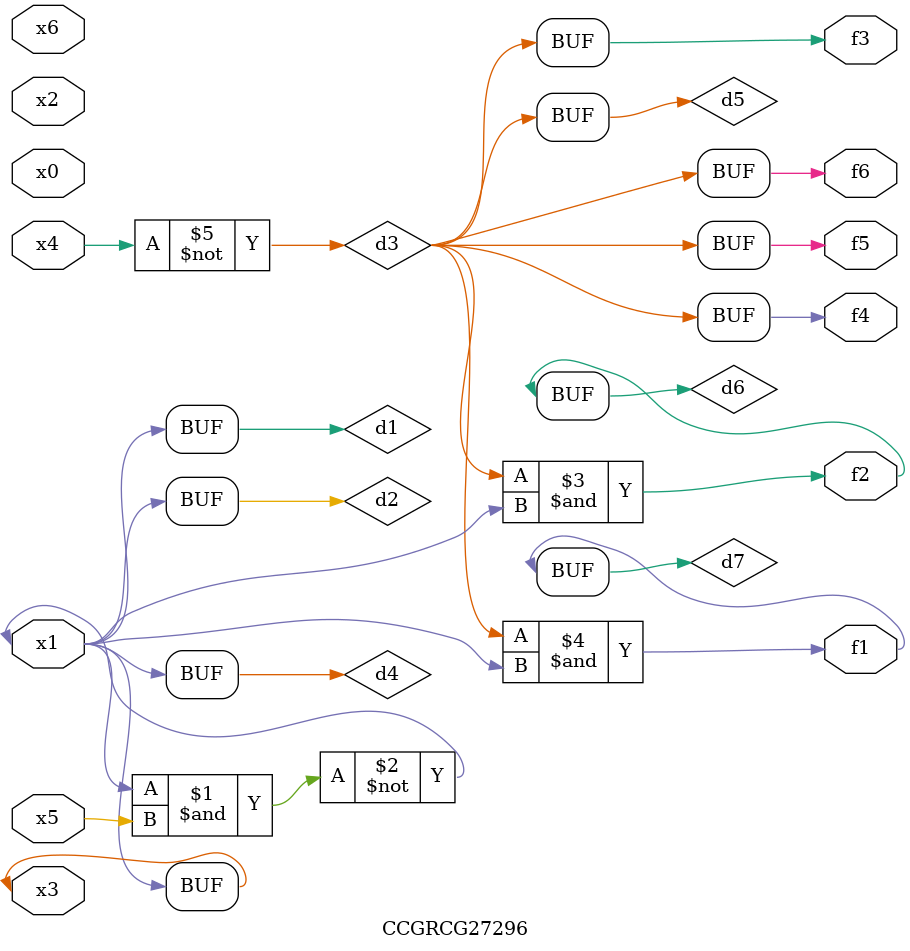
<source format=v>
module CCGRCG27296(
	input x0, x1, x2, x3, x4, x5, x6,
	output f1, f2, f3, f4, f5, f6
);

	wire d1, d2, d3, d4, d5, d6, d7;

	buf (d1, x1, x3);
	nand (d2, x1, x5);
	not (d3, x4);
	buf (d4, d1, d2);
	buf (d5, d3);
	and (d6, d3, d4);
	and (d7, d3, d4);
	assign f1 = d7;
	assign f2 = d6;
	assign f3 = d5;
	assign f4 = d5;
	assign f5 = d5;
	assign f6 = d5;
endmodule

</source>
